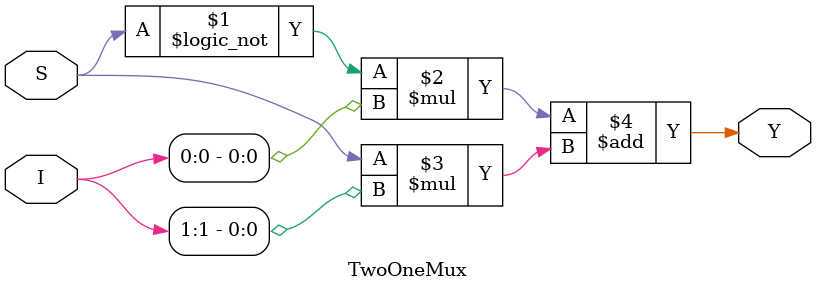
<source format=v>
module TwoOneMux(
    input [1:0] I,
    input S,
    output Y);

    assign Y = (!S)*I[0] + S*I[1];
    
endmodule


</source>
